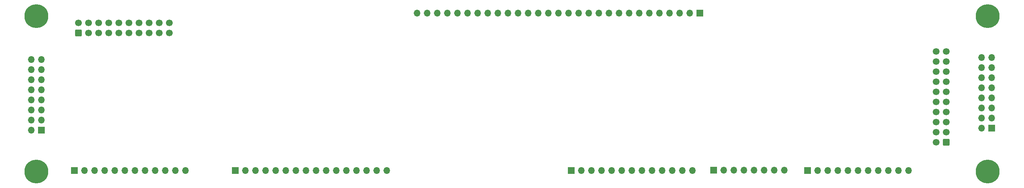
<source format=gbr>
%TF.GenerationSoftware,KiCad,Pcbnew,(6.0.0-0)*%
%TF.CreationDate,2022-03-10T23:15:01-05:00*%
%TF.ProjectId,Backplane-Connector-2022,4261636b-706c-4616-9e65-2d436f6e6e65,rev?*%
%TF.SameCoordinates,Original*%
%TF.FileFunction,Soldermask,Top*%
%TF.FilePolarity,Negative*%
%FSLAX46Y46*%
G04 Gerber Fmt 4.6, Leading zero omitted, Abs format (unit mm)*
G04 Created by KiCad (PCBNEW (6.0.0-0)) date 2022-03-10 23:15:01*
%MOMM*%
%LPD*%
G01*
G04 APERTURE LIST*
G04 Aperture macros list*
%AMRoundRect*
0 Rectangle with rounded corners*
0 $1 Rounding radius*
0 $2 $3 $4 $5 $6 $7 $8 $9 X,Y pos of 4 corners*
0 Add a 4 corners polygon primitive as box body*
4,1,4,$2,$3,$4,$5,$6,$7,$8,$9,$2,$3,0*
0 Add four circle primitives for the rounded corners*
1,1,$1+$1,$2,$3*
1,1,$1+$1,$4,$5*
1,1,$1+$1,$6,$7*
1,1,$1+$1,$8,$9*
0 Add four rect primitives between the rounded corners*
20,1,$1+$1,$2,$3,$4,$5,0*
20,1,$1+$1,$4,$5,$6,$7,0*
20,1,$1+$1,$6,$7,$8,$9,0*
20,1,$1+$1,$8,$9,$2,$3,0*%
G04 Aperture macros list end*
%ADD10C,0.800000*%
%ADD11C,6.000000*%
%ADD12R,1.700000X1.700000*%
%ADD13O,1.700000X1.700000*%
%ADD14RoundRect,0.250000X0.600000X0.600000X-0.600000X0.600000X-0.600000X-0.600000X0.600000X-0.600000X0*%
%ADD15C,1.700000*%
%ADD16RoundRect,0.250000X0.600000X-0.600000X0.600000X0.600000X-0.600000X0.600000X-0.600000X-0.600000X0*%
G04 APERTURE END LIST*
D10*
%TO.C,REF\u002A\u002A*%
X335588000Y-100347000D03*
X339428990Y-98756010D03*
X336247010Y-101937990D03*
X340088000Y-100347000D03*
D11*
X337838000Y-100347000D03*
D10*
X339428990Y-101937990D03*
X336247010Y-98756010D03*
X337838000Y-98097000D03*
X337838000Y-102597000D03*
%TD*%
D12*
%TO.C,J6*%
X99840000Y-129050000D03*
D13*
X97300000Y-129050000D03*
X99840000Y-126510000D03*
X97300000Y-126510000D03*
X99840000Y-123970000D03*
X97300000Y-123970000D03*
X99840000Y-121430000D03*
X97300000Y-121430000D03*
X99840000Y-118890000D03*
X97300000Y-118890000D03*
X99840000Y-116350000D03*
X97300000Y-116350000D03*
X99840000Y-113810000D03*
X97300000Y-113810000D03*
X99840000Y-111270000D03*
X97300000Y-111270000D03*
%TD*%
D12*
%TO.C,J1*%
X108180000Y-139163758D03*
D13*
X110720000Y-139163758D03*
X113260000Y-139163758D03*
X115800000Y-139163758D03*
X118340000Y-139163758D03*
X120880000Y-139163758D03*
X123420000Y-139163758D03*
X125960000Y-139163758D03*
X128500000Y-139163758D03*
X131040000Y-139163758D03*
X133580000Y-139163758D03*
X136120000Y-139163758D03*
%TD*%
D10*
%TO.C,REF\u002A\u002A*%
X96979010Y-101937990D03*
X100160990Y-98756010D03*
D11*
X98570000Y-100347000D03*
D10*
X100820000Y-100347000D03*
X100160990Y-101937990D03*
X98570000Y-102597000D03*
X96979010Y-98756010D03*
X98570000Y-98097000D03*
X96320000Y-100347000D03*
%TD*%
D12*
%TO.C,J3*%
X148600000Y-139163758D03*
D13*
X151140000Y-139163758D03*
X153680000Y-139163758D03*
X156220000Y-139163758D03*
X158760000Y-139163758D03*
X161300000Y-139163758D03*
X163840000Y-139163758D03*
X166380000Y-139163758D03*
X168920000Y-139163758D03*
X171460000Y-139163758D03*
X174000000Y-139163758D03*
X176540000Y-139163758D03*
X179080000Y-139163758D03*
X181620000Y-139163758D03*
X184160000Y-139163758D03*
X186700000Y-139163758D03*
%TD*%
D10*
%TO.C,REF\u002A\u002A*%
X335588000Y-139463000D03*
X336247010Y-137872010D03*
X339428990Y-137872010D03*
D11*
X337838000Y-139463000D03*
D10*
X337838000Y-141713000D03*
X339428990Y-141053990D03*
X337838000Y-137213000D03*
X336247010Y-141053990D03*
X340088000Y-139463000D03*
%TD*%
D12*
%TO.C,J5*%
X338854000Y-128540000D03*
D13*
X336314000Y-128540000D03*
X338854000Y-126000000D03*
X336314000Y-126000000D03*
X338854000Y-123460000D03*
X336314000Y-123460000D03*
X338854000Y-120920000D03*
X336314000Y-120920000D03*
X338854000Y-118380000D03*
X336314000Y-118380000D03*
X338854000Y-115840000D03*
X336314000Y-115840000D03*
X338854000Y-113300000D03*
X336314000Y-113300000D03*
X338854000Y-110760000D03*
X336314000Y-110760000D03*
%TD*%
D12*
%TO.C,J7*%
X268929000Y-139127000D03*
D13*
X271469000Y-139127000D03*
X274009000Y-139127000D03*
X276549000Y-139127000D03*
X279089000Y-139127000D03*
X281629000Y-139127000D03*
X284169000Y-139127000D03*
X286709000Y-139127000D03*
%TD*%
D12*
%TO.C,J4*%
X292550000Y-139209000D03*
D13*
X295090000Y-139209000D03*
X297630000Y-139209000D03*
X300170000Y-139209000D03*
X302710000Y-139209000D03*
X305250000Y-139209000D03*
X307790000Y-139209000D03*
X310330000Y-139209000D03*
X312870000Y-139209000D03*
X315410000Y-139209000D03*
X317950000Y-139209000D03*
%TD*%
D14*
%TO.C,J10*%
X327422500Y-132110000D03*
D15*
X324882500Y-132110000D03*
X327422500Y-129570000D03*
X324882500Y-129570000D03*
X327422500Y-127030000D03*
X324882500Y-127030000D03*
X327422500Y-124490000D03*
X324882500Y-124490000D03*
X327422500Y-121950000D03*
X324882500Y-121950000D03*
X327422500Y-119410000D03*
X324882500Y-119410000D03*
X327422500Y-116870000D03*
X324882500Y-116870000D03*
X327422500Y-114330000D03*
X324882500Y-114330000D03*
X327422500Y-111790000D03*
X324882500Y-111790000D03*
X327422500Y-109250000D03*
X324882500Y-109250000D03*
%TD*%
D12*
%TO.C,J9*%
X233115000Y-139209000D03*
D13*
X235655000Y-139209000D03*
X238195000Y-139209000D03*
X240735000Y-139209000D03*
X243275000Y-139209000D03*
X245815000Y-139209000D03*
X248355000Y-139209000D03*
X250895000Y-139209000D03*
X253435000Y-139209000D03*
X255975000Y-139209000D03*
X258515000Y-139209000D03*
X261055000Y-139209000D03*
X263595000Y-139209000D03*
%TD*%
D10*
%TO.C,REF\u002A\u002A*%
X98570000Y-137213000D03*
X98570000Y-141713000D03*
X100160990Y-141053990D03*
X96320000Y-139463000D03*
X100820000Y-139463000D03*
X100160990Y-137872010D03*
X96979010Y-137872010D03*
X96979010Y-141053990D03*
D11*
X98570000Y-139463000D03*
%TD*%
D12*
%TO.C,J2*%
X265500000Y-99570000D03*
D13*
X262960000Y-99570000D03*
X260420000Y-99570000D03*
X257880000Y-99570000D03*
X255340000Y-99570000D03*
X252800000Y-99570000D03*
X250260000Y-99570000D03*
X247720000Y-99570000D03*
X245180000Y-99570000D03*
X242640000Y-99570000D03*
X240100000Y-99570000D03*
X237560000Y-99570000D03*
X235020000Y-99570000D03*
X232480000Y-99570000D03*
X229940000Y-99570000D03*
X227400000Y-99570000D03*
X224860000Y-99570000D03*
X222320000Y-99570000D03*
X219780000Y-99570000D03*
X217240000Y-99570000D03*
X214700000Y-99570000D03*
X212160000Y-99570000D03*
X209620000Y-99570000D03*
X207080000Y-99570000D03*
X204540000Y-99570000D03*
X202000000Y-99570000D03*
X199460000Y-99570000D03*
X196920000Y-99570000D03*
X194380000Y-99570000D03*
%TD*%
D16*
%TO.C,J8*%
X109140000Y-104526000D03*
D15*
X109140000Y-101986000D03*
X111680000Y-104526000D03*
X111680000Y-101986000D03*
X114220000Y-104526000D03*
X114220000Y-101986000D03*
X116760000Y-104526000D03*
X116760000Y-101986000D03*
X119300000Y-104526000D03*
X119300000Y-101986000D03*
X121840000Y-104526000D03*
X121840000Y-101986000D03*
X124380000Y-104526000D03*
X124380000Y-101986000D03*
X126920000Y-104526000D03*
X126920000Y-101986000D03*
X129460000Y-104526000D03*
X129460000Y-101986000D03*
X132000000Y-104526000D03*
X132000000Y-101986000D03*
%TD*%
M02*

</source>
